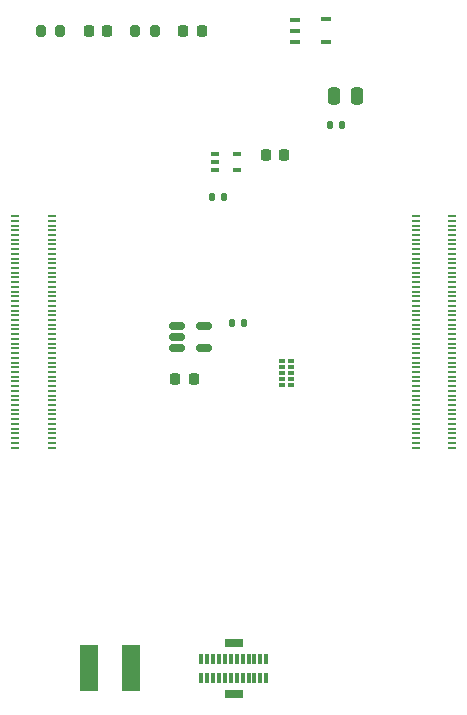
<source format=gbr>
%TF.GenerationSoftware,KiCad,Pcbnew,6.0.11-2627ca5db0~126~ubuntu22.04.1*%
%TF.CreationDate,2023-07-02T17:23:57-07:00*%
%TF.ProjectId,small-display,736d616c-6c2d-4646-9973-706c61792e6b,rev?*%
%TF.SameCoordinates,Original*%
%TF.FileFunction,Paste,Top*%
%TF.FilePolarity,Positive*%
%FSLAX46Y46*%
G04 Gerber Fmt 4.6, Leading zero omitted, Abs format (unit mm)*
G04 Created by KiCad (PCBNEW 6.0.11-2627ca5db0~126~ubuntu22.04.1) date 2023-07-02 17:23:57*
%MOMM*%
%LPD*%
G01*
G04 APERTURE LIST*
G04 Aperture macros list*
%AMRoundRect*
0 Rectangle with rounded corners*
0 $1 Rounding radius*
0 $2 $3 $4 $5 $6 $7 $8 $9 X,Y pos of 4 corners*
0 Add a 4 corners polygon primitive as box body*
4,1,4,$2,$3,$4,$5,$6,$7,$8,$9,$2,$3,0*
0 Add four circle primitives for the rounded corners*
1,1,$1+$1,$2,$3*
1,1,$1+$1,$4,$5*
1,1,$1+$1,$6,$7*
1,1,$1+$1,$8,$9*
0 Add four rect primitives between the rounded corners*
20,1,$1+$1,$2,$3,$4,$5,0*
20,1,$1+$1,$4,$5,$6,$7,0*
20,1,$1+$1,$6,$7,$8,$9,0*
20,1,$1+$1,$8,$9,$2,$3,0*%
G04 Aperture macros list end*
%ADD10R,0.300000X0.850000*%
%ADD11R,1.600000X0.700000*%
%ADD12R,1.500000X4.000000*%
%ADD13R,0.952500X0.457200*%
%ADD14RoundRect,0.135000X-0.135000X-0.185000X0.135000X-0.185000X0.135000X0.185000X-0.135000X0.185000X0*%
%ADD15RoundRect,0.200000X-0.200000X-0.275000X0.200000X-0.275000X0.200000X0.275000X-0.200000X0.275000X0*%
%ADD16RoundRect,0.225000X-0.225000X-0.250000X0.225000X-0.250000X0.225000X0.250000X-0.225000X0.250000X0*%
%ADD17RoundRect,0.150000X-0.512500X-0.150000X0.512500X-0.150000X0.512500X0.150000X-0.512500X0.150000X0*%
%ADD18R,0.650000X0.400000*%
%ADD19R,0.550000X0.300000*%
%ADD20R,0.550000X0.400000*%
%ADD21RoundRect,0.218750X-0.218750X-0.256250X0.218750X-0.256250X0.218750X0.256250X-0.218750X0.256250X0*%
%ADD22RoundRect,0.250000X-0.250000X-0.475000X0.250000X-0.475000X0.250000X0.475000X-0.250000X0.475000X0*%
%ADD23R,0.700000X0.200000*%
G04 APERTURE END LIST*
D10*
%TO.C,J1*%
X17750000Y-58165000D03*
X18250000Y-58165000D03*
X18750000Y-58165000D03*
X19250000Y-58165000D03*
X19750000Y-58165000D03*
X20250000Y-58165000D03*
X20750000Y-58165000D03*
X21250000Y-58165000D03*
X21750000Y-58165000D03*
X22250000Y-58165000D03*
X22750000Y-58165000D03*
X23250000Y-58165000D03*
X23250000Y-59835000D03*
X22750000Y-59835000D03*
X22250000Y-59835000D03*
X21750000Y-59835000D03*
X21250000Y-59835000D03*
X20750000Y-59835000D03*
X20250000Y-59835000D03*
X19750000Y-59835000D03*
X19250000Y-59835000D03*
X18750000Y-59835000D03*
X18250000Y-59835000D03*
X17750000Y-59835000D03*
D11*
X20500000Y-56850000D03*
X20500000Y-61150000D03*
%TD*%
D12*
%TO.C,L1*%
X8200000Y-59000000D03*
X11800000Y-59000000D03*
%TD*%
D13*
%TO.C,U4*%
X25723650Y-4060200D03*
X25723650Y-5000000D03*
X25723650Y-5939800D03*
X28276350Y-5952500D03*
X28276350Y-4047500D03*
%TD*%
D14*
%TO.C,R1*%
X20382500Y-29720000D03*
X21402500Y-29720000D03*
%TD*%
D15*
%TO.C,R4*%
X4145000Y-5000000D03*
X5795000Y-5000000D03*
%TD*%
D16*
%TO.C,C2*%
X16225000Y-5000000D03*
X17775000Y-5000000D03*
%TD*%
D17*
%TO.C,U3*%
X15725000Y-30000000D03*
X15725000Y-30950000D03*
X15725000Y-31900000D03*
X18000000Y-31900000D03*
X18000000Y-30000000D03*
%TD*%
D18*
%TO.C,U2*%
X18880000Y-15480000D03*
X18880000Y-16130000D03*
X18880000Y-16780000D03*
X20780000Y-16780000D03*
X20780000Y-15480000D03*
%TD*%
D14*
%TO.C,R3*%
X18650000Y-19050000D03*
X19670000Y-19050000D03*
%TD*%
D19*
%TO.C,U1*%
X24615000Y-33000000D03*
X24615000Y-33500000D03*
D20*
X24615000Y-34000000D03*
D19*
X24615000Y-34500000D03*
X24615000Y-35000000D03*
X25385000Y-35000000D03*
X25385000Y-34500000D03*
D20*
X25385000Y-34000000D03*
D19*
X25385000Y-33500000D03*
X25385000Y-33000000D03*
%TD*%
D21*
%TO.C,D2*%
X23212500Y-15500000D03*
X24787500Y-15500000D03*
%TD*%
D22*
%TO.C,C1*%
X29000000Y-10500000D03*
X30900000Y-10500000D03*
%TD*%
D21*
%TO.C,D1*%
X15545000Y-34470000D03*
X17120000Y-34470000D03*
%TD*%
D23*
%TO.C,Module1*%
X2000000Y-20700000D03*
X5080000Y-20700000D03*
X2000000Y-21100000D03*
X5080000Y-21100000D03*
X2000000Y-21500000D03*
X5080000Y-21500000D03*
X2000000Y-21900000D03*
X5080000Y-21900000D03*
X2000000Y-22300000D03*
X5080000Y-22300000D03*
X2000000Y-22700000D03*
X5080000Y-22700000D03*
X2000000Y-23100000D03*
X5080000Y-23100000D03*
X2000000Y-23500000D03*
X5080000Y-23500000D03*
X2000000Y-23900000D03*
X5080000Y-23900000D03*
X2000000Y-24300000D03*
X5080000Y-24300000D03*
X2000000Y-24700000D03*
X5080000Y-24700000D03*
X2000000Y-25100000D03*
X5080000Y-25100000D03*
X2000000Y-25500000D03*
X5080000Y-25500000D03*
X2000000Y-25900000D03*
X5080000Y-25900000D03*
X2000000Y-26300000D03*
X5080000Y-26300000D03*
X2000000Y-26700000D03*
X5080000Y-26700000D03*
X2000000Y-27100000D03*
X5080000Y-27100000D03*
X2000000Y-27500000D03*
X5080000Y-27500000D03*
X2000000Y-27900000D03*
X5080000Y-27900000D03*
X2000000Y-28300000D03*
X5080000Y-28300000D03*
X2000000Y-28700000D03*
X5080000Y-28700000D03*
X2000000Y-29100000D03*
X5080000Y-29100000D03*
X2000000Y-29500000D03*
X5080000Y-29500000D03*
X2000000Y-29900000D03*
X5080000Y-29900000D03*
X2000000Y-30300000D03*
X5080000Y-30300000D03*
X2000000Y-30700000D03*
X5080000Y-30700000D03*
X2000000Y-31100000D03*
X5080000Y-31100000D03*
X2000000Y-31500000D03*
X5080000Y-31500000D03*
X2000000Y-31900000D03*
X5080000Y-31900000D03*
X2000000Y-32300000D03*
X5080000Y-32300000D03*
X2000000Y-32700000D03*
X5080000Y-32700000D03*
X2000000Y-33100000D03*
X5080000Y-33100000D03*
X2000000Y-33500000D03*
X5080000Y-33500000D03*
X2000000Y-33900000D03*
X5080000Y-33900000D03*
X2000000Y-34300000D03*
X5080000Y-34300000D03*
X2000000Y-34700000D03*
X5080000Y-34700000D03*
X2000000Y-35100000D03*
X5080000Y-35100000D03*
X2000000Y-35500000D03*
X5080000Y-35500000D03*
X2000000Y-35900000D03*
X5080000Y-35900000D03*
X2000000Y-36300000D03*
X5080000Y-36300000D03*
X2000000Y-36700000D03*
X5080000Y-36700000D03*
X2000000Y-37100000D03*
X5080000Y-37100000D03*
X2000000Y-37500000D03*
X5080000Y-37500000D03*
X2000000Y-37900000D03*
X5080000Y-37900000D03*
X2000000Y-38300000D03*
X5080000Y-38300000D03*
X2000000Y-38700000D03*
X5080000Y-38700000D03*
X2000000Y-39100000D03*
X5080000Y-39100000D03*
X2000000Y-39500000D03*
X5080000Y-39500000D03*
X2000000Y-39900000D03*
X5080000Y-39900000D03*
X2000000Y-40300000D03*
X5080000Y-40300000D03*
X35920000Y-20700000D03*
X39000000Y-20700000D03*
X35920000Y-21100000D03*
X39000000Y-21100000D03*
X35920000Y-21500000D03*
X39000000Y-21500000D03*
X35920000Y-21900000D03*
X39000000Y-21900000D03*
X35920000Y-22300000D03*
X39000000Y-22300000D03*
X35920000Y-22700000D03*
X39000000Y-22700000D03*
X35920000Y-23100000D03*
X39000000Y-23100000D03*
X35920000Y-23500000D03*
X39000000Y-23500000D03*
X35920000Y-23900000D03*
X39000000Y-23900000D03*
X35920000Y-24300000D03*
X39000000Y-24300000D03*
X35920000Y-24700000D03*
X39000000Y-24700000D03*
X35920000Y-25100000D03*
X39000000Y-25100000D03*
X35920000Y-25500000D03*
X39000000Y-25500000D03*
X35920000Y-25900000D03*
X39000000Y-25900000D03*
X35920000Y-26300000D03*
X39000000Y-26300000D03*
X35920000Y-26700000D03*
X39000000Y-26700000D03*
X35920000Y-27100000D03*
X39000000Y-27100000D03*
X35920000Y-27500000D03*
X39000000Y-27500000D03*
X35920000Y-27900000D03*
X39000000Y-27900000D03*
X35920000Y-28300000D03*
X39000000Y-28300000D03*
X35920000Y-28700000D03*
X39000000Y-28700000D03*
X35920000Y-29100000D03*
X39000000Y-29100000D03*
X35920000Y-29500000D03*
X39000000Y-29500000D03*
X35920000Y-29900000D03*
X39000000Y-29900000D03*
X35920000Y-30300000D03*
X39000000Y-30300000D03*
X35920000Y-30700000D03*
X39000000Y-30700000D03*
X35920000Y-31100000D03*
X39000000Y-31100000D03*
X35920000Y-31500000D03*
X39000000Y-31500000D03*
X35920000Y-31900000D03*
X39000000Y-31900000D03*
X35920000Y-32300000D03*
X39000000Y-32300000D03*
X35920000Y-32700000D03*
X39000000Y-32700000D03*
X35920000Y-33100000D03*
X39000000Y-33100000D03*
X35920000Y-33500000D03*
X39000000Y-33500000D03*
X35920000Y-33900000D03*
X39000000Y-33900000D03*
X35920000Y-34300000D03*
X39000000Y-34300000D03*
X35920000Y-34700000D03*
X39000000Y-34700000D03*
X35920000Y-35100000D03*
X39000000Y-35100000D03*
X35920000Y-35500000D03*
X39000000Y-35500000D03*
X35920000Y-35900000D03*
X39000000Y-35900000D03*
X35920000Y-36300000D03*
X39000000Y-36300000D03*
X35920000Y-36700000D03*
X39000000Y-36700000D03*
X35920000Y-37100000D03*
X39000000Y-37100000D03*
X35920000Y-37500000D03*
X39000000Y-37500000D03*
X35920000Y-37900000D03*
X39000000Y-37900000D03*
X35920000Y-38300000D03*
X39000000Y-38300000D03*
X35920000Y-38700000D03*
X39000000Y-38700000D03*
X35920000Y-39100000D03*
X39000000Y-39100000D03*
X35920000Y-39500000D03*
X39000000Y-39500000D03*
X35920000Y-39900000D03*
X39000000Y-39900000D03*
X35920000Y-40300000D03*
X39000000Y-40300000D03*
%TD*%
D16*
%TO.C,C3*%
X8205000Y-5000000D03*
X9755000Y-5000000D03*
%TD*%
D14*
%TO.C,R2*%
X28670000Y-13000000D03*
X29690000Y-13000000D03*
%TD*%
D15*
%TO.C,R5*%
X12165000Y-5000000D03*
X13815000Y-5000000D03*
%TD*%
M02*

</source>
